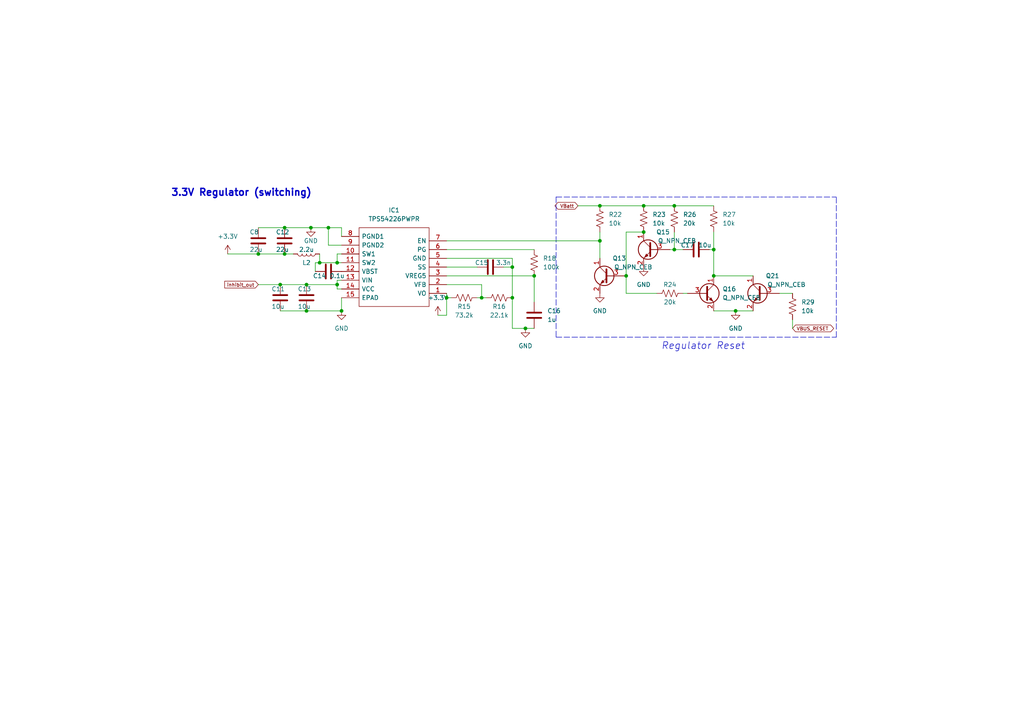
<source format=kicad_sch>
(kicad_sch (version 20211123) (generator eeschema)

  (uuid babe389d-13e4-4bd6-a084-d870d69192fb)

  (paper "A4")

  (lib_symbols
    (symbol "+3.3V_4" (power) (pin_names (offset 0)) (in_bom yes) (on_board yes)
      (property "Reference" "#PWR" (id 0) (at 0 -3.81 0)
        (effects (font (size 1.27 1.27)) hide)
      )
      (property "Value" "+3.3V_4" (id 1) (at 0 3.556 0)
        (effects (font (size 1.27 1.27)))
      )
      (property "Footprint" "" (id 2) (at 0 0 0)
        (effects (font (size 1.27 1.27)) hide)
      )
      (property "Datasheet" "" (id 3) (at 0 0 0)
        (effects (font (size 1.27 1.27)) hide)
      )
      (property "ki_keywords" "power-flag" (id 4) (at 0 0 0)
        (effects (font (size 1.27 1.27)) hide)
      )
      (property "ki_description" "Power symbol creates a global label with name \"+3.3V\"" (id 5) (at 0 0 0)
        (effects (font (size 1.27 1.27)) hide)
      )
      (symbol "+3.3V_4_0_1"
        (polyline
          (pts
            (xy -0.762 1.27)
            (xy 0 2.54)
          )
          (stroke (width 0) (type default) (color 0 0 0 0))
          (fill (type none))
        )
        (polyline
          (pts
            (xy 0 0)
            (xy 0 2.54)
          )
          (stroke (width 0) (type default) (color 0 0 0 0))
          (fill (type none))
        )
        (polyline
          (pts
            (xy 0 2.54)
            (xy 0.762 1.27)
          )
          (stroke (width 0) (type default) (color 0 0 0 0))
          (fill (type none))
        )
      )
      (symbol "+3.3V_4_1_1"
        (pin power_in line (at 0 0 90) (length 0) hide
          (name "+3.3V" (effects (font (size 1.27 1.27))))
          (number "1" (effects (font (size 1.27 1.27))))
        )
      )
    )
    (symbol "Device:C" (pin_numbers hide) (pin_names (offset 0.254)) (in_bom yes) (on_board yes)
      (property "Reference" "C" (id 0) (at 0.635 2.54 0)
        (effects (font (size 1.27 1.27)) (justify left))
      )
      (property "Value" "C" (id 1) (at 0.635 -2.54 0)
        (effects (font (size 1.27 1.27)) (justify left))
      )
      (property "Footprint" "" (id 2) (at 0.9652 -3.81 0)
        (effects (font (size 1.27 1.27)) hide)
      )
      (property "Datasheet" "~" (id 3) (at 0 0 0)
        (effects (font (size 1.27 1.27)) hide)
      )
      (property "ki_keywords" "cap capacitor" (id 4) (at 0 0 0)
        (effects (font (size 1.27 1.27)) hide)
      )
      (property "ki_description" "Unpolarized capacitor" (id 5) (at 0 0 0)
        (effects (font (size 1.27 1.27)) hide)
      )
      (property "ki_fp_filters" "C_*" (id 6) (at 0 0 0)
        (effects (font (size 1.27 1.27)) hide)
      )
      (symbol "C_0_1"
        (polyline
          (pts
            (xy -2.032 -0.762)
            (xy 2.032 -0.762)
          )
          (stroke (width 0.508) (type default) (color 0 0 0 0))
          (fill (type none))
        )
        (polyline
          (pts
            (xy -2.032 0.762)
            (xy 2.032 0.762)
          )
          (stroke (width 0.508) (type default) (color 0 0 0 0))
          (fill (type none))
        )
      )
      (symbol "C_1_1"
        (pin passive line (at 0 3.81 270) (length 2.794)
          (name "~" (effects (font (size 1.27 1.27))))
          (number "1" (effects (font (size 1.27 1.27))))
        )
        (pin passive line (at 0 -3.81 90) (length 2.794)
          (name "~" (effects (font (size 1.27 1.27))))
          (number "2" (effects (font (size 1.27 1.27))))
        )
      )
    )
    (symbol "Device:L" (pin_numbers hide) (pin_names (offset 1.016) hide) (in_bom yes) (on_board yes)
      (property "Reference" "L" (id 0) (at -1.27 0 90)
        (effects (font (size 1.27 1.27)))
      )
      (property "Value" "L" (id 1) (at 1.905 0 90)
        (effects (font (size 1.27 1.27)))
      )
      (property "Footprint" "" (id 2) (at 0 0 0)
        (effects (font (size 1.27 1.27)) hide)
      )
      (property "Datasheet" "~" (id 3) (at 0 0 0)
        (effects (font (size 1.27 1.27)) hide)
      )
      (property "ki_keywords" "inductor choke coil reactor magnetic" (id 4) (at 0 0 0)
        (effects (font (size 1.27 1.27)) hide)
      )
      (property "ki_description" "Inductor" (id 5) (at 0 0 0)
        (effects (font (size 1.27 1.27)) hide)
      )
      (property "ki_fp_filters" "Choke_* *Coil* Inductor_* L_*" (id 6) (at 0 0 0)
        (effects (font (size 1.27 1.27)) hide)
      )
      (symbol "L_0_1"
        (arc (start 0 -2.54) (mid 0.635 -1.905) (end 0 -1.27)
          (stroke (width 0) (type default) (color 0 0 0 0))
          (fill (type none))
        )
        (arc (start 0 -1.27) (mid 0.635 -0.635) (end 0 0)
          (stroke (width 0) (type default) (color 0 0 0 0))
          (fill (type none))
        )
        (arc (start 0 0) (mid 0.635 0.635) (end 0 1.27)
          (stroke (width 0) (type default) (color 0 0 0 0))
          (fill (type none))
        )
        (arc (start 0 1.27) (mid 0.635 1.905) (end 0 2.54)
          (stroke (width 0) (type default) (color 0 0 0 0))
          (fill (type none))
        )
      )
      (symbol "L_1_1"
        (pin passive line (at 0 3.81 270) (length 1.27)
          (name "1" (effects (font (size 1.27 1.27))))
          (number "1" (effects (font (size 1.27 1.27))))
        )
        (pin passive line (at 0 -3.81 90) (length 1.27)
          (name "2" (effects (font (size 1.27 1.27))))
          (number "2" (effects (font (size 1.27 1.27))))
        )
      )
    )
    (symbol "Device:Q_NPN_CEB" (pin_names (offset 0) hide) (in_bom yes) (on_board yes)
      (property "Reference" "Q" (id 0) (at 5.08 1.27 0)
        (effects (font (size 1.27 1.27)) (justify left))
      )
      (property "Value" "Q_NPN_CEB" (id 1) (at 5.08 -1.27 0)
        (effects (font (size 1.27 1.27)) (justify left))
      )
      (property "Footprint" "" (id 2) (at 5.08 2.54 0)
        (effects (font (size 1.27 1.27)) hide)
      )
      (property "Datasheet" "~" (id 3) (at 0 0 0)
        (effects (font (size 1.27 1.27)) hide)
      )
      (property "ki_keywords" "transistor NPN" (id 4) (at 0 0 0)
        (effects (font (size 1.27 1.27)) hide)
      )
      (property "ki_description" "NPN transistor, collector/emitter/base" (id 5) (at 0 0 0)
        (effects (font (size 1.27 1.27)) hide)
      )
      (symbol "Q_NPN_CEB_0_1"
        (polyline
          (pts
            (xy 0.635 0.635)
            (xy 2.54 2.54)
          )
          (stroke (width 0) (type default) (color 0 0 0 0))
          (fill (type none))
        )
        (polyline
          (pts
            (xy 0.635 -0.635)
            (xy 2.54 -2.54)
            (xy 2.54 -2.54)
          )
          (stroke (width 0) (type default) (color 0 0 0 0))
          (fill (type none))
        )
        (polyline
          (pts
            (xy 0.635 1.905)
            (xy 0.635 -1.905)
            (xy 0.635 -1.905)
          )
          (stroke (width 0.508) (type default) (color 0 0 0 0))
          (fill (type none))
        )
        (polyline
          (pts
            (xy 1.27 -1.778)
            (xy 1.778 -1.27)
            (xy 2.286 -2.286)
            (xy 1.27 -1.778)
            (xy 1.27 -1.778)
          )
          (stroke (width 0) (type default) (color 0 0 0 0))
          (fill (type outline))
        )
        (circle (center 1.27 0) (radius 2.8194)
          (stroke (width 0.254) (type default) (color 0 0 0 0))
          (fill (type none))
        )
      )
      (symbol "Q_NPN_CEB_1_1"
        (pin passive line (at 2.54 5.08 270) (length 2.54)
          (name "C" (effects (font (size 1.27 1.27))))
          (number "1" (effects (font (size 1.27 1.27))))
        )
        (pin passive line (at 2.54 -5.08 90) (length 2.54)
          (name "E" (effects (font (size 1.27 1.27))))
          (number "2" (effects (font (size 1.27 1.27))))
        )
        (pin input line (at -5.08 0 0) (length 5.715)
          (name "B" (effects (font (size 1.27 1.27))))
          (number "3" (effects (font (size 1.27 1.27))))
        )
      )
    )
    (symbol "Device:R_US" (pin_numbers hide) (pin_names (offset 0)) (in_bom yes) (on_board yes)
      (property "Reference" "R" (id 0) (at 2.54 0 90)
        (effects (font (size 1.27 1.27)))
      )
      (property "Value" "R_US" (id 1) (at -2.54 0 90)
        (effects (font (size 1.27 1.27)))
      )
      (property "Footprint" "" (id 2) (at 1.016 -0.254 90)
        (effects (font (size 1.27 1.27)) hide)
      )
      (property "Datasheet" "~" (id 3) (at 0 0 0)
        (effects (font (size 1.27 1.27)) hide)
      )
      (property "ki_keywords" "R res resistor" (id 4) (at 0 0 0)
        (effects (font (size 1.27 1.27)) hide)
      )
      (property "ki_description" "Resistor, US symbol" (id 5) (at 0 0 0)
        (effects (font (size 1.27 1.27)) hide)
      )
      (property "ki_fp_filters" "R_*" (id 6) (at 0 0 0)
        (effects (font (size 1.27 1.27)) hide)
      )
      (symbol "R_US_0_1"
        (polyline
          (pts
            (xy 0 -2.286)
            (xy 0 -2.54)
          )
          (stroke (width 0) (type default) (color 0 0 0 0))
          (fill (type none))
        )
        (polyline
          (pts
            (xy 0 2.286)
            (xy 0 2.54)
          )
          (stroke (width 0) (type default) (color 0 0 0 0))
          (fill (type none))
        )
        (polyline
          (pts
            (xy 0 -0.762)
            (xy 1.016 -1.143)
            (xy 0 -1.524)
            (xy -1.016 -1.905)
            (xy 0 -2.286)
          )
          (stroke (width 0) (type default) (color 0 0 0 0))
          (fill (type none))
        )
        (polyline
          (pts
            (xy 0 0.762)
            (xy 1.016 0.381)
            (xy 0 0)
            (xy -1.016 -0.381)
            (xy 0 -0.762)
          )
          (stroke (width 0) (type default) (color 0 0 0 0))
          (fill (type none))
        )
        (polyline
          (pts
            (xy 0 2.286)
            (xy 1.016 1.905)
            (xy 0 1.524)
            (xy -1.016 1.143)
            (xy 0 0.762)
          )
          (stroke (width 0) (type default) (color 0 0 0 0))
          (fill (type none))
        )
      )
      (symbol "R_US_1_1"
        (pin passive line (at 0 3.81 270) (length 1.27)
          (name "~" (effects (font (size 1.27 1.27))))
          (number "1" (effects (font (size 1.27 1.27))))
        )
        (pin passive line (at 0 -3.81 90) (length 1.27)
          (name "~" (effects (font (size 1.27 1.27))))
          (number "2" (effects (font (size 1.27 1.27))))
        )
      )
    )
    (symbol "TPS54226PWPR_1" (pin_names (offset 0.762)) (in_bom yes) (on_board yes)
      (property "Reference" "IC" (id 0) (at 26.67 7.62 0)
        (effects (font (size 1.27 1.27)) (justify left))
      )
      (property "Value" "TPS54226PWPR_1" (id 1) (at 26.67 5.08 0)
        (effects (font (size 1.27 1.27)) (justify left))
      )
      (property "Footprint" "SOP65P640X120-15N" (id 2) (at 52.07 -8.89 0)
        (effects (font (size 1.27 1.27)) (justify left) hide)
      )
      (property "Datasheet" "http://www.ti.com/lit/gpn/tps54226" (id 3) (at 52.07 -11.43 0)
        (effects (font (size 1.27 1.27)) (justify left) hide)
      )
      (property "Description" "4.5V to 18V Input, 2A Synchronous Step-Down Converter with Eco-Mode&#153;" (id 4) (at 52.07 -13.97 0)
        (effects (font (size 1.27 1.27)) (justify left) hide)
      )
      (property "Height" "" (id 5) (at 7.62 -10.16 0)
        (effects (font (size 1.27 1.27)) (justify left) hide)
      )
      (property "Manufacturer_Name" "Texas Instruments" (id 6) (at 52.07 -19.05 0)
        (effects (font (size 1.27 1.27)) (justify left) hide)
      )
      (property "Manufacturer_Part_Number" "TPS54226PWPR" (id 7) (at 52.07 -21.59 0)
        (effects (font (size 1.27 1.27)) (justify left) hide)
      )
      (property "Mouser Part Number" "595-TPS54226PWPR" (id 8) (at 52.07 -24.13 0)
        (effects (font (size 1.27 1.27)) (justify left) hide)
      )
      (property "Mouser Price/Stock" "https://www.mouser.com/Search/Refine.aspx?Keyword=595-TPS54226PWPR" (id 9) (at 52.07 -26.67 0)
        (effects (font (size 1.27 1.27)) (justify left) hide)
      )
      (property "Arrow Part Number" "TPS54226PWPR" (id 10) (at 52.07 -29.21 0)
        (effects (font (size 1.27 1.27)) (justify left) hide)
      )
      (property "Arrow Price/Stock" "https://www.arrow.com/en/products/tps54226pwpr/texas-instruments" (id 11) (at 52.07 -31.75 0)
        (effects (font (size 1.27 1.27)) (justify left) hide)
      )
      (property "ki_description" "4.5V to 18V Input, 2A Synchronous Step-Down Converter with Eco-Mode&#153;" (id 12) (at 0 0 0)
        (effects (font (size 1.27 1.27)) hide)
      )
      (symbol "TPS54226PWPR_1_0_0"
        (pin passive line (at 30.48 -16.51 180) (length 5.08)
          (name "VO" (effects (font (size 1.27 1.27))))
          (number "1" (effects (font (size 1.27 1.27))))
        )
        (pin passive line (at 0 -5.08 0) (length 5.08)
          (name "SW1" (effects (font (size 1.27 1.27))))
          (number "10" (effects (font (size 1.27 1.27))))
        )
        (pin passive line (at 0 -7.62 0) (length 5.08)
          (name "SW2" (effects (font (size 1.27 1.27))))
          (number "11" (effects (font (size 1.27 1.27))))
        )
        (pin passive line (at 0 -10.16 0) (length 5.08)
          (name "VBST" (effects (font (size 1.27 1.27))))
          (number "12" (effects (font (size 1.27 1.27))))
        )
        (pin passive line (at 0 -12.7 0) (length 5.08)
          (name "VIN" (effects (font (size 1.27 1.27))))
          (number "13" (effects (font (size 1.27 1.27))))
        )
        (pin passive line (at 0 -15.24 0) (length 5.08)
          (name "VCC" (effects (font (size 1.27 1.27))))
          (number "14" (effects (font (size 1.27 1.27))))
        )
        (pin passive line (at 0 -17.78 0) (length 5.08)
          (name "EPAD" (effects (font (size 1.27 1.27))))
          (number "15" (effects (font (size 1.27 1.27))))
        )
        (pin passive line (at 30.48 -13.97 180) (length 5.08)
          (name "VFB" (effects (font (size 1.27 1.27))))
          (number "2" (effects (font (size 1.27 1.27))))
        )
        (pin passive line (at 30.48 -11.43 180) (length 5.08)
          (name "VREG5" (effects (font (size 1.27 1.27))))
          (number "3" (effects (font (size 1.27 1.27))))
        )
        (pin passive line (at 30.48 -8.89 180) (length 5.08)
          (name "SS" (effects (font (size 1.27 1.27))))
          (number "4" (effects (font (size 1.27 1.27))))
        )
        (pin passive line (at 30.48 -6.35 180) (length 5.08)
          (name "GND" (effects (font (size 1.27 1.27))))
          (number "5" (effects (font (size 1.27 1.27))))
        )
        (pin passive line (at 30.48 -3.81 180) (length 5.08)
          (name "PG" (effects (font (size 1.27 1.27))))
          (number "6" (effects (font (size 1.27 1.27))))
        )
        (pin passive line (at 30.48 -1.27 180) (length 5.08)
          (name "EN" (effects (font (size 1.27 1.27))))
          (number "7" (effects (font (size 1.27 1.27))))
        )
        (pin passive line (at 0 0 0) (length 5.08)
          (name "PGND1" (effects (font (size 1.27 1.27))))
          (number "8" (effects (font (size 1.27 1.27))))
        )
        (pin passive line (at 0 -2.54 0) (length 5.08)
          (name "PGND2" (effects (font (size 1.27 1.27))))
          (number "9" (effects (font (size 1.27 1.27))))
        )
      )
      (symbol "TPS54226PWPR_1_0_1"
        (polyline
          (pts
            (xy 5.08 2.54)
            (xy 25.4 2.54)
            (xy 25.4 -20.32)
            (xy 5.08 -20.32)
            (xy 5.08 2.54)
          )
          (stroke (width 0.1524) (type default) (color 0 0 0 0))
          (fill (type none))
        )
      )
    )
    (symbol "power:GND" (power) (pin_names (offset 0)) (in_bom yes) (on_board yes)
      (property "Reference" "#PWR" (id 0) (at 0 -6.35 0)
        (effects (font (size 1.27 1.27)) hide)
      )
      (property "Value" "GND" (id 1) (at 0 -3.81 0)
        (effects (font (size 1.27 1.27)))
      )
      (property "Footprint" "" (id 2) (at 0 0 0)
        (effects (font (size 1.27 1.27)) hide)
      )
      (property "Datasheet" "" (id 3) (at 0 0 0)
        (effects (font (size 1.27 1.27)) hide)
      )
      (property "ki_keywords" "power-flag" (id 4) (at 0 0 0)
        (effects (font (size 1.27 1.27)) hide)
      )
      (property "ki_description" "Power symbol creates a global label with name \"GND\" , ground" (id 5) (at 0 0 0)
        (effects (font (size 1.27 1.27)) hide)
      )
      (symbol "GND_0_1"
        (polyline
          (pts
            (xy 0 0)
            (xy 0 -1.27)
            (xy 1.27 -1.27)
            (xy 0 -2.54)
            (xy -1.27 -1.27)
            (xy 0 -1.27)
          )
          (stroke (width 0) (type default) (color 0 0 0 0))
          (fill (type none))
        )
      )
      (symbol "GND_1_1"
        (pin power_in line (at 0 0 270) (length 0) hide
          (name "GND" (effects (font (size 1.27 1.27))))
          (number "1" (effects (font (size 1.27 1.27))))
        )
      )
    )
  )

  (junction (at 148.59 77.47) (diameter 0) (color 0 0 0 0)
    (uuid 10576a49-1282-4ddf-b6f3-7e713b6deeb3)
  )
  (junction (at 154.94 80.01) (diameter 0) (color 0 0 0 0)
    (uuid 1237e63d-1336-4151-91c6-cab23616ab6e)
  )
  (junction (at 173.99 59.69) (diameter 0) (color 0 0 0 0)
    (uuid 132ec0dd-8338-42ed-ab62-568d7f66d33c)
  )
  (junction (at 90.17 66.04) (diameter 0) (color 0 0 0 0)
    (uuid 19bfd95d-2cd9-4f68-889e-86c0e6f6160a)
  )
  (junction (at 92.71 76.2) (diameter 0) (color 0 0 0 0)
    (uuid 206f0736-ab18-4eaf-bfce-7acd1f1da783)
  )
  (junction (at 129.54 86.36) (diameter 0) (color 0 0 0 0)
    (uuid 2849af88-3989-4d9e-b675-51ced66679c5)
  )
  (junction (at 152.4 95.25) (diameter 0) (color 0 0 0 0)
    (uuid 336f7efe-0531-4ec7-a55f-080ebb903544)
  )
  (junction (at 186.69 67.31) (diameter 0) (color 0 0 0 0)
    (uuid 45261a0e-77a2-4076-a82a-930badadef3a)
  )
  (junction (at 97.79 76.2) (diameter 0) (color 0 0 0 0)
    (uuid 535fdfbe-5b98-402d-8e13-170102e79ae2)
  )
  (junction (at 207.01 80.01) (diameter 0) (color 0 0 0 0)
    (uuid 6063999c-96b4-48be-b49f-a0545addb675)
  )
  (junction (at 81.28 82.55) (diameter 0) (color 0 0 0 0)
    (uuid 68057b57-70eb-4c9a-8995-0b5365980c60)
  )
  (junction (at 139.7 86.36) (diameter 0) (color 0 0 0 0)
    (uuid 68bcdac6-9141-4704-8fd0-db4ecb07c013)
  )
  (junction (at 99.06 90.17) (diameter 0) (color 0 0 0 0)
    (uuid 7653a85b-c81d-415e-8b53-097b5e42c3fc)
  )
  (junction (at 82.55 73.66) (diameter 0) (color 0 0 0 0)
    (uuid 7b391ae7-fc27-423d-b3c8-89873778c55e)
  )
  (junction (at 173.99 69.85) (diameter 0) (color 0 0 0 0)
    (uuid 7d861a93-8138-41ca-bd26-567d1ef2c789)
  )
  (junction (at 74.93 73.66) (diameter 0) (color 0 0 0 0)
    (uuid 7f96bed9-7fa4-4a21-a116-dde42d8fd2a0)
  )
  (junction (at 195.58 72.39) (diameter 0) (color 0 0 0 0)
    (uuid 88370ba0-2756-45a2-9b9e-c0fd1bcf5fa3)
  )
  (junction (at 95.25 66.04) (diameter 0) (color 0 0 0 0)
    (uuid 952ab8ff-5397-4efb-b5a8-5ac52007646e)
  )
  (junction (at 82.55 66.04) (diameter 0) (color 0 0 0 0)
    (uuid 97057ebd-2cfc-417f-b818-cd6dd587a2a4)
  )
  (junction (at 181.61 80.01) (diameter 0) (color 0 0 0 0)
    (uuid 98f24c85-305b-4ca3-a54e-815922208768)
  )
  (junction (at 97.79 82.55) (diameter 0) (color 0 0 0 0)
    (uuid ad07b3c3-66b4-4d36-877f-98f1cb30b3ba)
  )
  (junction (at 148.59 86.36) (diameter 0) (color 0 0 0 0)
    (uuid c72fdf4d-c5e9-4e48-9b63-30f0759c9d85)
  )
  (junction (at 213.36 90.17) (diameter 0) (color 0 0 0 0)
    (uuid c734c3d2-0519-437f-b7d4-ab1a16c8fb42)
  )
  (junction (at 186.69 59.69) (diameter 0) (color 0 0 0 0)
    (uuid c8e82845-d8cc-42bb-b2d4-28736939b852)
  )
  (junction (at 207.01 72.39) (diameter 0) (color 0 0 0 0)
    (uuid cced5f3f-538b-46d6-91d3-4d23290bd158)
  )
  (junction (at 195.58 59.69) (diameter 0) (color 0 0 0 0)
    (uuid d60781bc-8a9d-446d-af05-5d5aabc7845f)
  )
  (junction (at 88.9 82.55) (diameter 0) (color 0 0 0 0)
    (uuid d79461fc-ba8e-4d17-b428-ae4a69d92442)
  )
  (junction (at 88.9 90.17) (diameter 0) (color 0 0 0 0)
    (uuid deafd7d7-3e7a-4642-ad3a-2e2fdcde35af)
  )

  (wire (pts (xy 148.59 95.25) (xy 152.4 95.25))
    (stroke (width 0) (type default) (color 0 0 0 0))
    (uuid 0206b87b-d7dd-40b7-a161-d999a25b5cf4)
  )
  (wire (pts (xy 99.06 68.58) (xy 99.06 66.04))
    (stroke (width 0) (type default) (color 0 0 0 0))
    (uuid 02a9f195-bbe9-4f99-a076-0ae9fb5a5d74)
  )
  (wire (pts (xy 205.74 72.39) (xy 207.01 72.39))
    (stroke (width 0) (type default) (color 0 0 0 0))
    (uuid 02c07448-57c5-4deb-83ec-6f25a1539ce8)
  )
  (wire (pts (xy 92.71 76.2) (xy 97.79 76.2))
    (stroke (width 0) (type default) (color 0 0 0 0))
    (uuid 07f35b2d-2228-44f4-9762-4b5185c04d35)
  )
  (polyline (pts (xy 161.29 57.15) (xy 161.29 97.79))
    (stroke (width 0) (type default) (color 0 0 0 0))
    (uuid 09dd532c-69c8-4b17-83b6-c6522c7afb6b)
  )

  (wire (pts (xy 81.28 90.17) (xy 88.9 90.17))
    (stroke (width 0) (type default) (color 0 0 0 0))
    (uuid 0af41f2b-8b16-4756-a5be-a0b79b9d9321)
  )
  (wire (pts (xy 91.44 76.2) (xy 92.71 76.2))
    (stroke (width 0) (type default) (color 0 0 0 0))
    (uuid 10b77225-38a5-4e05-a050-b9c9e085a85e)
  )
  (wire (pts (xy 74.93 82.55) (xy 81.28 82.55))
    (stroke (width 0) (type default) (color 0 0 0 0))
    (uuid 13f523dd-1cf9-4a9f-adba-5c14171f953a)
  )
  (wire (pts (xy 97.79 83.82) (xy 97.79 82.55))
    (stroke (width 0) (type default) (color 0 0 0 0))
    (uuid 210988a5-506d-476f-a5e6-b95f37f5840d)
  )
  (wire (pts (xy 139.7 82.55) (xy 139.7 86.36))
    (stroke (width 0) (type default) (color 0 0 0 0))
    (uuid 22a983cd-2d7b-4bf7-9ee3-6509eb209c26)
  )
  (wire (pts (xy 129.54 85.09) (xy 129.54 86.36))
    (stroke (width 0) (type default) (color 0 0 0 0))
    (uuid 22d618ab-d81e-4985-83b5-20ac0591537e)
  )
  (wire (pts (xy 173.99 69.85) (xy 173.99 74.93))
    (stroke (width 0) (type default) (color 0 0 0 0))
    (uuid 24ef9a3f-251d-4c1e-bd1c-d7f2ecc1f8f9)
  )
  (wire (pts (xy 129.54 91.44) (xy 129.54 86.36))
    (stroke (width 0) (type default) (color 0 0 0 0))
    (uuid 2f8a6e82-64d8-4483-9c34-13a38b93b41f)
  )
  (wire (pts (xy 88.9 90.17) (xy 99.06 90.17))
    (stroke (width 0) (type default) (color 0 0 0 0))
    (uuid 2f93708b-936b-4745-be1d-bf7ba2ab6322)
  )
  (wire (pts (xy 207.01 90.17) (xy 213.36 90.17))
    (stroke (width 0) (type default) (color 0 0 0 0))
    (uuid 331429c4-da26-4f73-9b18-cef0ba1deeff)
  )
  (wire (pts (xy 148.59 74.93) (xy 148.59 77.47))
    (stroke (width 0) (type default) (color 0 0 0 0))
    (uuid 3717a995-37bc-4bca-a203-93002709987d)
  )
  (wire (pts (xy 82.55 73.66) (xy 85.09 73.66))
    (stroke (width 0) (type default) (color 0 0 0 0))
    (uuid 37a8cc60-3442-41c6-9216-800cd3775c31)
  )
  (wire (pts (xy 95.25 66.04) (xy 90.17 66.04))
    (stroke (width 0) (type default) (color 0 0 0 0))
    (uuid 38f1ad10-9d26-4ce8-ab14-76154a32e355)
  )
  (wire (pts (xy 82.55 66.04) (xy 90.17 66.04))
    (stroke (width 0) (type default) (color 0 0 0 0))
    (uuid 3f3cc2fb-8254-40ca-ad9e-33e626617c49)
  )
  (wire (pts (xy 129.54 74.93) (xy 148.59 74.93))
    (stroke (width 0) (type default) (color 0 0 0 0))
    (uuid 44a44b56-4fb7-4980-9845-db8bca8e1b01)
  )
  (wire (pts (xy 207.01 80.01) (xy 218.44 80.01))
    (stroke (width 0) (type default) (color 0 0 0 0))
    (uuid 4c15e157-f474-48aa-8bc3-d36230f44675)
  )
  (wire (pts (xy 97.79 76.2) (xy 99.06 76.2))
    (stroke (width 0) (type default) (color 0 0 0 0))
    (uuid 4c7cae43-5976-4e2b-b77b-c252b1801e39)
  )
  (polyline (pts (xy 161.29 97.79) (xy 242.57 97.79))
    (stroke (width 0) (type default) (color 0 0 0 0))
    (uuid 4c95bd21-7e58-461c-a8b7-5ddc782c4621)
  )

  (wire (pts (xy 198.12 85.09) (xy 199.39 85.09))
    (stroke (width 0) (type default) (color 0 0 0 0))
    (uuid 53a6d48b-c1bb-4c7d-ad16-6234fc689286)
  )
  (wire (pts (xy 181.61 67.31) (xy 181.61 80.01))
    (stroke (width 0) (type default) (color 0 0 0 0))
    (uuid 56203fb3-d68e-43f4-858e-f6026c310047)
  )
  (wire (pts (xy 138.43 86.36) (xy 139.7 86.36))
    (stroke (width 0) (type default) (color 0 0 0 0))
    (uuid 5973090f-e1b9-4258-981f-3b91dfad11de)
  )
  (wire (pts (xy 139.7 86.36) (xy 140.97 86.36))
    (stroke (width 0) (type default) (color 0 0 0 0))
    (uuid 5c3189df-a52f-4554-9f28-b1ce9ab457b1)
  )
  (wire (pts (xy 129.54 86.36) (xy 130.81 86.36))
    (stroke (width 0) (type default) (color 0 0 0 0))
    (uuid 5caef535-f825-416e-9005-06bd95164885)
  )
  (wire (pts (xy 152.4 95.25) (xy 154.94 95.25))
    (stroke (width 0) (type default) (color 0 0 0 0))
    (uuid 60a024a0-9dc4-4985-85f2-a2636d1b6b3d)
  )
  (wire (pts (xy 213.36 90.17) (xy 218.44 90.17))
    (stroke (width 0) (type default) (color 0 0 0 0))
    (uuid 6449acd5-e225-4792-8fc5-d61f2dc3c981)
  )
  (wire (pts (xy 129.54 72.39) (xy 154.94 72.39))
    (stroke (width 0) (type default) (color 0 0 0 0))
    (uuid 648eaf61-2930-4a43-b88a-36e4ef349d28)
  )
  (wire (pts (xy 229.87 92.71) (xy 229.87 95.25))
    (stroke (width 0) (type default) (color 0 0 0 0))
    (uuid 66d9b880-9e68-4f08-a65e-26d995cbbb85)
  )
  (wire (pts (xy 186.69 59.69) (xy 195.58 59.69))
    (stroke (width 0) (type default) (color 0 0 0 0))
    (uuid 6bae5d1d-7a33-4ce2-9048-4baaec9c7f89)
  )
  (wire (pts (xy 186.69 67.31) (xy 181.61 67.31))
    (stroke (width 0) (type default) (color 0 0 0 0))
    (uuid 7e380278-8c67-4e2e-b992-175205a39d6e)
  )
  (wire (pts (xy 148.59 77.47) (xy 148.59 86.36))
    (stroke (width 0) (type default) (color 0 0 0 0))
    (uuid 7f04c18e-c363-4d58-bc15-0161419ff338)
  )
  (wire (pts (xy 146.05 77.47) (xy 148.59 77.47))
    (stroke (width 0) (type default) (color 0 0 0 0))
    (uuid 86fe7cc3-1312-49eb-9f75-c610aae92aef)
  )
  (wire (pts (xy 129.54 69.85) (xy 173.99 69.85))
    (stroke (width 0) (type default) (color 0 0 0 0))
    (uuid 8a234400-f2b5-467e-a635-448e8d8ace4f)
  )
  (wire (pts (xy 91.44 76.2) (xy 91.44 78.74))
    (stroke (width 0) (type default) (color 0 0 0 0))
    (uuid 9c71b4e6-65ed-4c00-84e7-1a852d9d5e50)
  )
  (polyline (pts (xy 242.57 97.79) (xy 242.57 57.15))
    (stroke (width 0) (type default) (color 0 0 0 0))
    (uuid 9d27693b-32be-4316-8c8a-576185beb39b)
  )

  (wire (pts (xy 181.61 80.01) (xy 181.61 85.09))
    (stroke (width 0) (type default) (color 0 0 0 0))
    (uuid 9dbfd5b4-9c7e-4871-9fc1-aff17eb3f866)
  )
  (wire (pts (xy 97.79 81.28) (xy 97.79 82.55))
    (stroke (width 0) (type default) (color 0 0 0 0))
    (uuid 9e654507-33b3-406f-92c3-4411b65c9a1c)
  )
  (wire (pts (xy 226.06 85.09) (xy 229.87 85.09))
    (stroke (width 0) (type default) (color 0 0 0 0))
    (uuid a3529201-e9b1-46d0-a06b-ae9dced786f4)
  )
  (wire (pts (xy 88.9 82.55) (xy 97.79 82.55))
    (stroke (width 0) (type default) (color 0 0 0 0))
    (uuid a4d2562a-a8cc-4b81-b3d7-c5af28a26a20)
  )
  (wire (pts (xy 74.93 66.04) (xy 82.55 66.04))
    (stroke (width 0) (type default) (color 0 0 0 0))
    (uuid a5d537c6-5d79-4cea-8c16-01624cd45d0e)
  )
  (wire (pts (xy 195.58 59.69) (xy 207.01 59.69))
    (stroke (width 0) (type default) (color 0 0 0 0))
    (uuid a71c6763-ed43-49f3-bffa-39d46e1c33fe)
  )
  (wire (pts (xy 97.79 73.66) (xy 97.79 76.2))
    (stroke (width 0) (type default) (color 0 0 0 0))
    (uuid a8514404-bcfc-4512-acb6-153171eb294f)
  )
  (wire (pts (xy 99.06 66.04) (xy 95.25 66.04))
    (stroke (width 0) (type default) (color 0 0 0 0))
    (uuid aa926966-8587-45ea-bb8d-44bc37d1fa3d)
  )
  (wire (pts (xy 194.31 72.39) (xy 195.58 72.39))
    (stroke (width 0) (type default) (color 0 0 0 0))
    (uuid abdfe9c4-3138-43aa-89c5-8e32c2b094cb)
  )
  (wire (pts (xy 129.54 77.47) (xy 138.43 77.47))
    (stroke (width 0) (type default) (color 0 0 0 0))
    (uuid ac15ea82-1a5e-4383-9068-ad0cc478dcf0)
  )
  (polyline (pts (xy 161.29 57.15) (xy 242.57 57.15))
    (stroke (width 0) (type default) (color 0 0 0 0))
    (uuid ae58cb2b-99e3-48da-83a2-14ec945b59aa)
  )

  (wire (pts (xy 195.58 72.39) (xy 198.12 72.39))
    (stroke (width 0) (type default) (color 0 0 0 0))
    (uuid afbdce93-377f-4736-bf06-df89d824c9ce)
  )
  (wire (pts (xy 181.61 85.09) (xy 190.5 85.09))
    (stroke (width 0) (type default) (color 0 0 0 0))
    (uuid b60da274-73e2-4d07-a69f-f782d4a5a83b)
  )
  (wire (pts (xy 195.58 67.31) (xy 195.58 72.39))
    (stroke (width 0) (type default) (color 0 0 0 0))
    (uuid b826f989-65d5-454e-ae92-24308f8ffd93)
  )
  (wire (pts (xy 207.01 72.39) (xy 207.01 80.01))
    (stroke (width 0) (type default) (color 0 0 0 0))
    (uuid b8528d86-1d35-469e-9aff-752a6ce8f98c)
  )
  (wire (pts (xy 74.93 73.66) (xy 82.55 73.66))
    (stroke (width 0) (type default) (color 0 0 0 0))
    (uuid ba07a613-e37d-41c5-bbdf-78fe9f90d265)
  )
  (wire (pts (xy 95.25 71.12) (xy 95.25 66.04))
    (stroke (width 0) (type default) (color 0 0 0 0))
    (uuid bc736a80-5444-4e9a-89f7-e594c050017b)
  )
  (wire (pts (xy 148.59 86.36) (xy 148.59 95.25))
    (stroke (width 0) (type default) (color 0 0 0 0))
    (uuid bd9eb190-187f-4957-98da-21c0184606b2)
  )
  (wire (pts (xy 207.01 72.39) (xy 207.01 67.31))
    (stroke (width 0) (type default) (color 0 0 0 0))
    (uuid c26dbaa5-16ce-42ec-b5c3-a217c3e98999)
  )
  (wire (pts (xy 129.54 82.55) (xy 139.7 82.55))
    (stroke (width 0) (type default) (color 0 0 0 0))
    (uuid c993c591-8af1-4bdc-ae80-b300e88be656)
  )
  (wire (pts (xy 173.99 59.69) (xy 186.69 59.69))
    (stroke (width 0) (type default) (color 0 0 0 0))
    (uuid d1697ec8-b952-4d7e-8b38-292d245edfb8)
  )
  (wire (pts (xy 127 91.44) (xy 129.54 91.44))
    (stroke (width 0) (type default) (color 0 0 0 0))
    (uuid d48acd92-0371-4412-8003-973006bb9571)
  )
  (wire (pts (xy 81.28 82.55) (xy 88.9 82.55))
    (stroke (width 0) (type default) (color 0 0 0 0))
    (uuid d7cdf0cb-1aaa-4695-ab5d-351f170274d6)
  )
  (wire (pts (xy 99.06 83.82) (xy 97.79 83.82))
    (stroke (width 0) (type default) (color 0 0 0 0))
    (uuid d823216d-01f5-4292-9147-c8e8866bf9b3)
  )
  (wire (pts (xy 173.99 67.31) (xy 173.99 69.85))
    (stroke (width 0) (type default) (color 0 0 0 0))
    (uuid dc026506-04c6-4d97-85bf-1233cb6bed84)
  )
  (wire (pts (xy 99.06 71.12) (xy 95.25 71.12))
    (stroke (width 0) (type default) (color 0 0 0 0))
    (uuid dc65e13d-51c6-4876-8b6a-6a3442502d50)
  )
  (wire (pts (xy 154.94 80.01) (xy 154.94 87.63))
    (stroke (width 0) (type default) (color 0 0 0 0))
    (uuid e059d172-43ff-4d5e-a897-384e449b8ad6)
  )
  (wire (pts (xy 92.71 73.66) (xy 92.71 76.2))
    (stroke (width 0) (type default) (color 0 0 0 0))
    (uuid e12765c1-03fd-4fec-8794-74afc00203cd)
  )
  (wire (pts (xy 99.06 73.66) (xy 97.79 73.66))
    (stroke (width 0) (type default) (color 0 0 0 0))
    (uuid ea12118d-9df9-44f9-a1d3-8221badd405b)
  )
  (wire (pts (xy 129.54 80.01) (xy 154.94 80.01))
    (stroke (width 0) (type default) (color 0 0 0 0))
    (uuid ed19f4f8-3cf0-461c-9242-2e3ae5d32790)
  )
  (wire (pts (xy 99.06 90.17) (xy 99.06 86.36))
    (stroke (width 0) (type default) (color 0 0 0 0))
    (uuid f55cf05e-42a7-4ce4-b1cf-d51b9df0e149)
  )
  (wire (pts (xy 66.04 73.66) (xy 74.93 73.66))
    (stroke (width 0) (type default) (color 0 0 0 0))
    (uuid f9a6c216-f121-40fa-88b5-3aec78baea23)
  )
  (wire (pts (xy 167.64 59.69) (xy 173.99 59.69))
    (stroke (width 0) (type default) (color 0 0 0 0))
    (uuid faccbd7b-9609-464f-9281-704f1c87bbff)
  )
  (wire (pts (xy 99.06 81.28) (xy 97.79 81.28))
    (stroke (width 0) (type default) (color 0 0 0 0))
    (uuid fb2d4bb1-ee05-497c-a4e5-54dcf11b424d)
  )

  (text "Regulator Reset" (at 191.77 101.6 0)
    (effects (font (size 2 2) italic) (justify left bottom))
    (uuid 9c2e9ca8-afdf-45a7-827f-a6d0e7bb23f9)
  )
  (text "3.3V Regulator (switching)" (at 49.53 57.15 0)
    (effects (font (size 2 2) (thickness 0.4) bold) (justify left bottom))
    (uuid a6601027-e3cc-43d4-b368-361804818a57)
  )

  (global_label "inhibit_out" (shape input) (at 74.93 82.55 180) (fields_autoplaced)
    (effects (font (size 1 1)) (justify right))
    (uuid 241ef75a-b3a2-4b55-b4d0-221278feb3da)
    (property "Intersheet References" "${INTERSHEET_REFS}" (id 0) (at 65.1729 82.4875 0)
      (effects (font (size 1 1)) (justify right) hide)
    )
  )
  (global_label "VBUS_RESET" (shape bidirectional) (at 229.87 95.25 0) (fields_autoplaced)
    (effects (font (size 1 1)) (justify left))
    (uuid 5bf3586c-ea38-4ff5-9537-07a44b909997)
    (property "Intersheet References" "${INTERSHEET_REFS}" (id 0) (at 240.9129 95.1875 0)
      (effects (font (size 1 1)) (justify left) hide)
    )
  )
  (global_label "VBatt" (shape bidirectional) (at 167.64 59.69 180) (fields_autoplaced)
    (effects (font (size 1 1)) (justify right))
    (uuid c66bb327-f08c-4489-a840-7b4c2f6a8326)
    (property "Intersheet References" "${INTERSHEET_REFS}" (id 0) (at 161.8352 59.6275 0)
      (effects (font (size 1 1)) (justify right) hide)
    )
  )

  (symbol (lib_id "Device:C") (at 154.94 91.44 0) (unit 1)
    (in_bom yes) (on_board yes) (fields_autoplaced)
    (uuid 125ce120-17c6-437f-9d21-afc7957489fe)
    (property "Reference" "C16" (id 0) (at 158.75 90.1699 0)
      (effects (font (size 1.27 1.27)) (justify left))
    )
    (property "Value" "1u" (id 1) (at 158.75 92.7099 0)
      (effects (font (size 1.27 1.27)) (justify left))
    )
    (property "Footprint" "Capacitor_SMD:C_0402_1005Metric" (id 2) (at 155.9052 95.25 0)
      (effects (font (size 1.27 1.27)) hide)
    )
    (property "Datasheet" "~" (id 3) (at 154.94 91.44 0)
      (effects (font (size 1.27 1.27)) hide)
    )
    (pin "1" (uuid 0035b686-d09b-452a-8e48-42d73ff6b11e))
    (pin "2" (uuid 44fe5a8c-fc69-4b56-9c3d-b30cf2ec0a45))
  )

  (symbol (lib_id "Device:R_US") (at 186.69 63.5 0) (unit 1)
    (in_bom yes) (on_board yes) (fields_autoplaced)
    (uuid 1988930e-460a-48fa-a25f-f3c5e6184b0d)
    (property "Reference" "R23" (id 0) (at 189.23 62.2299 0)
      (effects (font (size 1.27 1.27)) (justify left))
    )
    (property "Value" "10k" (id 1) (at 189.23 64.7699 0)
      (effects (font (size 1.27 1.27)) (justify left))
    )
    (property "Footprint" "Resistor_SMD:R_0402_1005Metric" (id 2) (at 187.706 63.754 90)
      (effects (font (size 1.27 1.27)) hide)
    )
    (property "Datasheet" "~" (id 3) (at 186.69 63.5 0)
      (effects (font (size 1.27 1.27)) hide)
    )
    (pin "1" (uuid 590a75d1-6ef8-466d-9fd4-84d0f3efadd2))
    (pin "2" (uuid 7d043d3b-e9a3-413e-a0b0-ca361d5c7187))
  )

  (symbol (lib_id "Device:C") (at 201.93 72.39 90) (unit 1)
    (in_bom yes) (on_board yes)
    (uuid 4067fe95-f6de-46f3-bd3f-5823dbbbef1c)
    (property "Reference" "C17" (id 0) (at 199.39 71.12 90))
    (property "Value" "10u" (id 1) (at 204.47 71.12 90))
    (property "Footprint" "Capacitor_SMD:C_0603_1608Metric" (id 2) (at 205.74 71.4248 0)
      (effects (font (size 1.27 1.27)) hide)
    )
    (property "Datasheet" "~" (id 3) (at 201.93 72.39 0)
      (effects (font (size 1.27 1.27)) hide)
    )
    (pin "1" (uuid 4ad5f306-954a-4a4a-9d73-8ec5a782b7f6))
    (pin "2" (uuid 8ffbd13e-c4ab-472b-83af-9675708d0fd6))
  )

  (symbol (lib_id "power:GND") (at 186.69 77.47 0) (unit 1)
    (in_bom yes) (on_board yes) (fields_autoplaced)
    (uuid 44a7bbd1-f075-4568-9b89-680a1dc2401c)
    (property "Reference" "#PWR0149" (id 0) (at 186.69 83.82 0)
      (effects (font (size 1.27 1.27)) hide)
    )
    (property "Value" "GND" (id 1) (at 186.69 82.55 0))
    (property "Footprint" "" (id 2) (at 186.69 77.47 0)
      (effects (font (size 1.27 1.27)) hide)
    )
    (property "Datasheet" "" (id 3) (at 186.69 77.47 0)
      (effects (font (size 1.27 1.27)) hide)
    )
    (pin "1" (uuid 41f41a07-c312-4f06-873d-5ae77b70c4a5))
  )

  (symbol (lib_id "Device:R_US") (at 195.58 63.5 180) (unit 1)
    (in_bom yes) (on_board yes) (fields_autoplaced)
    (uuid 4c3508ff-91ef-4c96-9fe3-672f2804b73c)
    (property "Reference" "R26" (id 0) (at 198.12 62.2299 0)
      (effects (font (size 1.27 1.27)) (justify right))
    )
    (property "Value" "20k" (id 1) (at 198.12 64.7699 0)
      (effects (font (size 1.27 1.27)) (justify right))
    )
    (property "Footprint" "Resistor_SMD:R_0402_1005Metric" (id 2) (at 194.564 63.246 90)
      (effects (font (size 1.27 1.27)) hide)
    )
    (property "Datasheet" "~" (id 3) (at 195.58 63.5 0)
      (effects (font (size 1.27 1.27)) hide)
    )
    (pin "1" (uuid 77de4185-6813-4539-b621-4baa89c68efe))
    (pin "2" (uuid 7f70a11a-ce9e-4258-9d72-55dbf4cdae74))
  )

  (symbol (lib_id "Device:C") (at 142.24 77.47 90) (unit 1)
    (in_bom yes) (on_board yes)
    (uuid 4caf58ae-7177-4ecb-8238-64a94b91bbe4)
    (property "Reference" "C15" (id 0) (at 139.7 76.2 90))
    (property "Value" "3.3n" (id 1) (at 146.05 76.2 90))
    (property "Footprint" "Capacitor_SMD:C_0402_1005Metric" (id 2) (at 146.05 76.5048 0)
      (effects (font (size 1.27 1.27)) hide)
    )
    (property "Datasheet" "~" (id 3) (at 142.24 77.47 0)
      (effects (font (size 1.27 1.27)) hide)
    )
    (pin "1" (uuid 847eb383-b72f-49c8-9e72-ad86d46a6f38))
    (pin "2" (uuid a1cfde6b-5e8a-4908-b3b9-b042da238663))
  )

  (symbol (lib_id "Device:C") (at 95.25 78.74 90) (unit 1)
    (in_bom yes) (on_board yes)
    (uuid 4e7a1a27-4ee8-449f-aec9-419daf4faec3)
    (property "Reference" "C14" (id 0) (at 92.71 80.01 90))
    (property "Value" "0.1u" (id 1) (at 97.79 80.01 90))
    (property "Footprint" "Capacitor_SMD:C_0402_1005Metric" (id 2) (at 99.06 77.7748 0)
      (effects (font (size 1.27 1.27)) hide)
    )
    (property "Datasheet" "~" (id 3) (at 95.25 78.74 0)
      (effects (font (size 1.27 1.27)) hide)
    )
    (pin "1" (uuid c7132ccd-950d-4e56-a7a8-3832ccd27304))
    (pin "2" (uuid 1bb7b908-14df-4f17-811b-aa612246d4d8))
  )

  (symbol (lib_id "Device:C") (at 81.28 86.36 0) (unit 1)
    (in_bom yes) (on_board yes)
    (uuid 55bbc3e4-8ad2-4b92-9c40-c62aa55b2132)
    (property "Reference" "C11" (id 0) (at 78.74 83.82 0)
      (effects (font (size 1.27 1.27)) (justify left))
    )
    (property "Value" "10u" (id 1) (at 78.74 88.9 0)
      (effects (font (size 1.27 1.27)) (justify left))
    )
    (property "Footprint" "Capacitor_SMD:C_0603_1608Metric" (id 2) (at 82.2452 90.17 0)
      (effects (font (size 1.27 1.27)) hide)
    )
    (property "Datasheet" "~" (id 3) (at 81.28 86.36 0)
      (effects (font (size 1.27 1.27)) hide)
    )
    (pin "1" (uuid 5d944e6d-546c-4516-bff6-579cdca7d6a1))
    (pin "2" (uuid 93afc93b-384f-4a05-8742-1da0a88e49ab))
  )

  (symbol (lib_name "+3.3V_4") (lib_id "power:+3.3V") (at 127 91.44 0) (unit 1)
    (in_bom yes) (on_board yes) (fields_autoplaced)
    (uuid 5671dfff-563e-4def-97ec-a32c2a224e2b)
    (property "Reference" "#PWR0148" (id 0) (at 127 95.25 0)
      (effects (font (size 1.27 1.27)) hide)
    )
    (property "Value" "+3.3V" (id 1) (at 127 86.36 0))
    (property "Footprint" "" (id 2) (at 127 91.44 0)
      (effects (font (size 1.27 1.27)) hide)
    )
    (property "Datasheet" "" (id 3) (at 127 91.44 0)
      (effects (font (size 1.27 1.27)) hide)
    )
    (pin "1" (uuid 054da495-eff1-44b5-a25d-ea8847386050))
  )

  (symbol (lib_id "Device:Q_NPN_CEB") (at 220.98 85.09 0) (mirror y) (unit 1)
    (in_bom yes) (on_board yes)
    (uuid 6202e74c-40f9-4b6f-af94-91059b7e6fff)
    (property "Reference" "Q21" (id 0) (at 226.06 80.01 0)
      (effects (font (size 1.27 1.27)) (justify left))
    )
    (property "Value" "Q_NPN_CEB" (id 1) (at 233.68 82.55 0)
      (effects (font (size 1.27 1.27)) (justify left))
    )
    (property "Footprint" "Global Footprints:MMBT2222A_215" (id 2) (at 215.9 82.55 0)
      (effects (font (size 1.27 1.27)) hide)
    )
    (property "Datasheet" "~" (id 3) (at 220.98 85.09 0)
      (effects (font (size 1.27 1.27)) hide)
    )
    (pin "1" (uuid 245cdee7-03ed-4a85-9ec6-c22f02c5ee41))
    (pin "2" (uuid bf2e6af4-70db-4cff-ad18-0c36ad363070))
    (pin "3" (uuid 8f22455d-3124-4492-a2bd-e7d840c635e5))
  )

  (symbol (lib_id "Device:R_US") (at 134.62 86.36 90) (unit 1)
    (in_bom yes) (on_board yes)
    (uuid 7b732c7c-4156-4b98-b2ba-621f55cdb208)
    (property "Reference" "R15" (id 0) (at 134.62 88.9 90))
    (property "Value" "73.2k" (id 1) (at 134.62 91.44 90))
    (property "Footprint" "Resistor_SMD:R_0402_1005Metric" (id 2) (at 134.874 85.344 90)
      (effects (font (size 1.27 1.27)) hide)
    )
    (property "Datasheet" "~" (id 3) (at 134.62 86.36 0)
      (effects (font (size 1.27 1.27)) hide)
    )
    (pin "1" (uuid 88fe7682-945c-44dc-b26a-5c2c66e4d15e))
    (pin "2" (uuid 17bfced4-9b61-4c8d-bc2a-9d442efead33))
  )

  (symbol (lib_id "Device:C") (at 82.55 69.85 0) (unit 1)
    (in_bom yes) (on_board yes)
    (uuid 8879d634-d76b-4da3-8ef4-52c26ab2fdd5)
    (property "Reference" "C12" (id 0) (at 80.01 67.31 0)
      (effects (font (size 1.27 1.27)) (justify left))
    )
    (property "Value" "22u" (id 1) (at 80.01 72.39 0)
      (effects (font (size 1.27 1.27)) (justify left))
    )
    (property "Footprint" "Capacitor_SMD:C_0603_1608Metric" (id 2) (at 83.5152 73.66 0)
      (effects (font (size 1.27 1.27)) hide)
    )
    (property "Datasheet" "~" (id 3) (at 82.55 69.85 0)
      (effects (font (size 1.27 1.27)) hide)
    )
    (pin "1" (uuid 8b34c1a9-048c-4611-833e-2d787e55831b))
    (pin "2" (uuid 0df654cb-0dfd-4712-b446-d9c397d9836a))
  )

  (symbol (lib_id "Device:R_US") (at 207.01 63.5 0) (unit 1)
    (in_bom yes) (on_board yes) (fields_autoplaced)
    (uuid 8b956cca-63e0-4b0e-8821-fba8b2c8d14a)
    (property "Reference" "R27" (id 0) (at 209.55 62.2299 0)
      (effects (font (size 1.27 1.27)) (justify left))
    )
    (property "Value" "10k" (id 1) (at 209.55 64.7699 0)
      (effects (font (size 1.27 1.27)) (justify left))
    )
    (property "Footprint" "Resistor_SMD:R_0402_1005Metric" (id 2) (at 208.026 63.754 90)
      (effects (font (size 1.27 1.27)) hide)
    )
    (property "Datasheet" "~" (id 3) (at 207.01 63.5 0)
      (effects (font (size 1.27 1.27)) hide)
    )
    (pin "1" (uuid a547be14-9dea-42ac-b00f-96320f98caa3))
    (pin "2" (uuid a670f6b5-7dbb-4d72-b66a-ccfe2e380718))
  )

  (symbol (lib_id "Device:R_US") (at 173.99 63.5 0) (unit 1)
    (in_bom yes) (on_board yes) (fields_autoplaced)
    (uuid 8e852f84-5072-420d-b56d-b85a3ca31da8)
    (property "Reference" "R22" (id 0) (at 176.53 62.2299 0)
      (effects (font (size 1.27 1.27)) (justify left))
    )
    (property "Value" "10k" (id 1) (at 176.53 64.7699 0)
      (effects (font (size 1.27 1.27)) (justify left))
    )
    (property "Footprint" "Resistor_SMD:R_0402_1005Metric" (id 2) (at 175.006 63.754 90)
      (effects (font (size 1.27 1.27)) hide)
    )
    (property "Datasheet" "~" (id 3) (at 173.99 63.5 0)
      (effects (font (size 1.27 1.27)) hide)
    )
    (pin "1" (uuid 7958a079-aba4-4141-bd48-d42ffb491354))
    (pin "2" (uuid 59047229-cb49-4595-99b2-b4b34f6314c0))
  )

  (symbol (lib_id "Device:C") (at 74.93 69.85 0) (unit 1)
    (in_bom yes) (on_board yes)
    (uuid 8e9d392c-da3a-4e00-8a0f-a9f5dd0a4022)
    (property "Reference" "C8" (id 0) (at 72.39 67.31 0)
      (effects (font (size 1.27 1.27)) (justify left))
    )
    (property "Value" "22u" (id 1) (at 72.39 72.39 0)
      (effects (font (size 1.27 1.27)) (justify left))
    )
    (property "Footprint" "Capacitor_SMD:C_0603_1608Metric" (id 2) (at 75.8952 73.66 0)
      (effects (font (size 1.27 1.27)) hide)
    )
    (property "Datasheet" "~" (id 3) (at 74.93 69.85 0)
      (effects (font (size 1.27 1.27)) hide)
    )
    (pin "1" (uuid c18c9ab0-f20c-435f-ba53-8d39229c1644))
    (pin "2" (uuid a250c8c6-d453-494b-b7fc-c85dab889413))
  )

  (symbol (lib_id "Device:L") (at 88.9 73.66 270) (unit 1)
    (in_bom yes) (on_board yes)
    (uuid 99e9a9e1-629b-41fe-bced-b6d6153db6dd)
    (property "Reference" "L2" (id 0) (at 88.9 76.2 90))
    (property "Value" "2.2u" (id 1) (at 88.9 72.39 90))
    (property "Footprint" "Inductor_SMD:L_0402_1005Metric" (id 2) (at 88.9 73.66 0)
      (effects (font (size 1.27 1.27)) hide)
    )
    (property "Datasheet" "~" (id 3) (at 88.9 73.66 0)
      (effects (font (size 1.27 1.27)) hide)
    )
    (pin "1" (uuid 3af540d9-8fbb-427d-889e-247df66a1dc3))
    (pin "2" (uuid 07c901ba-daea-4ae6-80d6-ee04d02539e1))
  )

  (symbol (lib_id "Device:R_US") (at 194.31 85.09 90) (unit 1)
    (in_bom yes) (on_board yes)
    (uuid 9a2c84f7-1358-4b7a-bdb5-99bb6f6f0ef1)
    (property "Reference" "R24" (id 0) (at 194.31 82.55 90))
    (property "Value" "20k" (id 1) (at 194.31 87.63 90))
    (property "Footprint" "Resistor_SMD:R_0402_1005Metric" (id 2) (at 194.564 84.074 90)
      (effects (font (size 1.27 1.27)) hide)
    )
    (property "Datasheet" "~" (id 3) (at 194.31 85.09 0)
      (effects (font (size 1.27 1.27)) hide)
    )
    (pin "1" (uuid 5c8304f1-2a0b-42d3-b64b-5efd9988fa9e))
    (pin "2" (uuid 9777003e-10f5-4719-9eba-0d7636697d08))
  )

  (symbol (lib_id "Device:Q_NPN_CEB") (at 204.47 85.09 0) (unit 1)
    (in_bom yes) (on_board yes) (fields_autoplaced)
    (uuid aa14b274-b1d1-476c-8fbc-39d14362a5ec)
    (property "Reference" "Q16" (id 0) (at 209.55 83.8199 0)
      (effects (font (size 1.27 1.27)) (justify left))
    )
    (property "Value" "Q_NPN_CEB" (id 1) (at 209.55 86.3599 0)
      (effects (font (size 1.27 1.27)) (justify left))
    )
    (property "Footprint" "Global Footprints:MMBT2222A_215" (id 2) (at 209.55 82.55 0)
      (effects (font (size 1.27 1.27)) hide)
    )
    (property "Datasheet" "~" (id 3) (at 204.47 85.09 0)
      (effects (font (size 1.27 1.27)) hide)
    )
    (pin "1" (uuid db656590-c77a-4018-a2a2-cbc0934a2e51))
    (pin "2" (uuid 4ca9a5d1-5f20-44a8-8a69-75d63026b28c))
    (pin "3" (uuid 900dc4c9-b6ae-4e23-937d-8693a4d7a617))
  )

  (symbol (lib_id "Device:R_US") (at 229.87 88.9 0) (unit 1)
    (in_bom yes) (on_board yes) (fields_autoplaced)
    (uuid ac88bc20-63b4-4e63-88bb-a34631c7b627)
    (property "Reference" "R29" (id 0) (at 232.41 87.6299 0)
      (effects (font (size 1.27 1.27)) (justify left))
    )
    (property "Value" "10k" (id 1) (at 232.41 90.1699 0)
      (effects (font (size 1.27 1.27)) (justify left))
    )
    (property "Footprint" "Resistor_SMD:R_0402_1005Metric" (id 2) (at 230.886 89.154 90)
      (effects (font (size 1.27 1.27)) hide)
    )
    (property "Datasheet" "~" (id 3) (at 229.87 88.9 0)
      (effects (font (size 1.27 1.27)) hide)
    )
    (pin "1" (uuid bb57934a-7a12-40d5-85fb-edb4d13a9ae0))
    (pin "2" (uuid 7ad692ca-9d3a-4f36-a759-e5960350b52f))
  )

  (symbol (lib_id "Device:Q_NPN_CEB") (at 189.23 72.39 0) (mirror y) (unit 1)
    (in_bom yes) (on_board yes)
    (uuid b332505f-5aba-4686-a756-046171f2ef02)
    (property "Reference" "Q15" (id 0) (at 194.31 67.31 0)
      (effects (font (size 1.27 1.27)) (justify left))
    )
    (property "Value" "Q_NPN_CEB" (id 1) (at 201.93 69.85 0)
      (effects (font (size 1.27 1.27)) (justify left))
    )
    (property "Footprint" "Global Footprints:MMBT2222A_215" (id 2) (at 184.15 69.85 0)
      (effects (font (size 1.27 1.27)) hide)
    )
    (property "Datasheet" "~" (id 3) (at 189.23 72.39 0)
      (effects (font (size 1.27 1.27)) hide)
    )
    (pin "1" (uuid 6dc9e45d-7f8c-4af9-ba59-f09e653d379a))
    (pin "2" (uuid ab4eaf4a-4d94-4e0b-8a32-57d1146c2912))
    (pin "3" (uuid 925c7266-b396-42fb-9e29-ac432bee88a0))
  )

  (symbol (lib_id "Device:Q_NPN_CEB") (at 176.53 80.01 0) (mirror y) (unit 1)
    (in_bom yes) (on_board yes)
    (uuid b50be96b-768b-4485-819c-4fb089e2110e)
    (property "Reference" "Q13" (id 0) (at 181.61 74.93 0)
      (effects (font (size 1.27 1.27)) (justify left))
    )
    (property "Value" "Q_NPN_CEB" (id 1) (at 189.23 77.47 0)
      (effects (font (size 1.27 1.27)) (justify left))
    )
    (property "Footprint" "Global Footprints:MMBT2222A_215" (id 2) (at 171.45 77.47 0)
      (effects (font (size 1.27 1.27)) hide)
    )
    (property "Datasheet" "~" (id 3) (at 176.53 80.01 0)
      (effects (font (size 1.27 1.27)) hide)
    )
    (pin "1" (uuid f3416df2-13ed-4c77-801b-1d3fc2ab82c5))
    (pin "2" (uuid b53863b8-843b-4539-9f03-78bba4678030))
    (pin "3" (uuid c34b2962-26a2-43fb-9b67-ae1aa1d9cafb))
  )

  (symbol (lib_name "TPS54226PWPR_1") (lib_id "TPS54226PWPR:TPS54226PWPR") (at 99.06 68.58 0) (unit 1)
    (in_bom yes) (on_board yes) (fields_autoplaced)
    (uuid bcfd8d52-14b4-44f6-adba-be2da8746893)
    (property "Reference" "IC1" (id 0) (at 114.3 60.96 0))
    (property "Value" "TPS54226PWPR" (id 1) (at 114.3 63.5 0))
    (property "Footprint" "Global Footprints:TPS54226PWPR" (id 2) (at 151.13 77.47 0)
      (effects (font (size 1.27 1.27)) (justify left) hide)
    )
    (property "Datasheet" "http://www.ti.com/lit/gpn/tps54226" (id 3) (at 151.13 80.01 0)
      (effects (font (size 1.27 1.27)) (justify left) hide)
    )
    (property "Description" "4.5V to 18V Input, 2A Synchronous Step-Down Converter with Eco-Mode&#153;" (id 4) (at 151.13 82.55 0)
      (effects (font (size 1.27 1.27)) (justify left) hide)
    )
    (property "Height" "" (id 5) (at 106.68 78.74 0)
      (effects (font (size 1.27 1.27)) (justify left) hide)
    )
    (property "Manufacturer_Name" "Texas Instruments" (id 6) (at 151.13 87.63 0)
      (effects (font (size 1.27 1.27)) (justify left) hide)
    )
    (property "Manufacturer_Part_Number" "TPS54226PWPR" (id 7) (at 151.13 90.17 0)
      (effects (font (size 1.27 1.27)) (justify left) hide)
    )
    (property "Mouser Part Number" "595-TPS54226PWPR" (id 8) (at 151.13 92.71 0)
      (effects (font (size 1.27 1.27)) (justify left) hide)
    )
    (property "Mouser Price/Stock" "https://www.mouser.com/Search/Refine.aspx?Keyword=595-TPS54226PWPR" (id 9) (at 151.13 95.25 0)
      (effects (font (size 1.27 1.27)) (justify left) hide)
    )
    (property "Arrow Part Number" "TPS54226PWPR" (id 10) (at 151.13 97.79 0)
      (effects (font (size 1.27 1.27)) (justify left) hide)
    )
    (property "Arrow Price/Stock" "https://www.arrow.com/en/products/tps54226pwpr/texas-instruments" (id 11) (at 151.13 100.33 0)
      (effects (font (size 1.27 1.27)) (justify left) hide)
    )
    (pin "1" (uuid e64eb3d3-d985-40b6-b747-97cdd5edeb84))
    (pin "10" (uuid 4224623f-dda0-47e1-8ce9-1278bb3c2e73))
    (pin "11" (uuid 11608c5b-bd3e-49f3-8d27-75fb841b1ea7))
    (pin "12" (uuid 5a3ea9b8-ad00-4ec8-8595-57afcd9dc635))
    (pin "13" (uuid 3930a63c-f97a-4c79-ac77-8fcd4b90d54e))
    (pin "14" (uuid b0b268d4-df28-4051-83d3-0d666279c5aa))
    (pin "15" (uuid ce3e53fa-e1e3-4ee5-80a6-116fe993c9a4))
    (pin "2" (uuid 590f1a89-a858-4dd8-ab8d-3411b38ccb76))
    (pin "3" (uuid bf7fd1ee-9a59-4ad5-b12e-03baebb0826f))
    (pin "4" (uuid 1f25a98d-ca27-48eb-a9e9-e4ce8829a785))
    (pin "5" (uuid 77180b5d-652c-4df4-9616-d35554c531ea))
    (pin "6" (uuid 023ad33c-5d3d-49c6-a7ab-c6416f2fdbd7))
    (pin "7" (uuid 876cd418-aefb-4dfc-8f48-479330e08fa0))
    (pin "8" (uuid 8f99ac03-0ab9-4490-86f1-bd242be64337))
    (pin "9" (uuid 6fc16699-03f5-4241-8305-bea627804668))
  )

  (symbol (lib_id "Device:C") (at 88.9 86.36 0) (unit 1)
    (in_bom yes) (on_board yes)
    (uuid bdea4e07-a171-47a4-97bc-b065afa766e4)
    (property "Reference" "C13" (id 0) (at 86.36 83.82 0)
      (effects (font (size 1.27 1.27)) (justify left))
    )
    (property "Value" "10u" (id 1) (at 86.36 88.9 0)
      (effects (font (size 1.27 1.27)) (justify left))
    )
    (property "Footprint" "Capacitor_SMD:C_0603_1608Metric" (id 2) (at 89.8652 90.17 0)
      (effects (font (size 1.27 1.27)) hide)
    )
    (property "Datasheet" "~" (id 3) (at 88.9 86.36 0)
      (effects (font (size 1.27 1.27)) hide)
    )
    (pin "1" (uuid a705c094-3dee-4fc5-a68b-3f79c6aa4756))
    (pin "2" (uuid 6204ce9c-ad97-4a9b-8809-4de6d39444a6))
  )

  (symbol (lib_id "Device:R_US") (at 154.94 76.2 0) (unit 1)
    (in_bom yes) (on_board yes) (fields_autoplaced)
    (uuid c5a6171f-a977-45fe-a5c1-73dfbf805c52)
    (property "Reference" "R18" (id 0) (at 157.48 74.9299 0)
      (effects (font (size 1.27 1.27)) (justify left))
    )
    (property "Value" "100k" (id 1) (at 157.48 77.4699 0)
      (effects (font (size 1.27 1.27)) (justify left))
    )
    (property "Footprint" "Resistor_SMD:R_0402_1005Metric" (id 2) (at 155.956 76.454 90)
      (effects (font (size 1.27 1.27)) hide)
    )
    (property "Datasheet" "~" (id 3) (at 154.94 76.2 0)
      (effects (font (size 1.27 1.27)) hide)
    )
    (pin "1" (uuid 351778ce-ab88-4fc8-9897-e720951fbb7b))
    (pin "2" (uuid 8be8895c-6aaa-4028-8f32-d1bc6711fa0c))
  )

  (symbol (lib_name "+3.3V_4") (lib_id "power:+3.3V") (at 66.04 73.66 0) (unit 1)
    (in_bom yes) (on_board yes) (fields_autoplaced)
    (uuid c7074d56-c8f2-4358-b790-3062156c3af9)
    (property "Reference" "#PWR0136" (id 0) (at 66.04 77.47 0)
      (effects (font (size 1.27 1.27)) hide)
    )
    (property "Value" "+3.3V" (id 1) (at 66.04 68.58 0))
    (property "Footprint" "" (id 2) (at 66.04 73.66 0)
      (effects (font (size 1.27 1.27)) hide)
    )
    (property "Datasheet" "" (id 3) (at 66.04 73.66 0)
      (effects (font (size 1.27 1.27)) hide)
    )
    (pin "1" (uuid 17122ba1-3902-4b26-97e4-da718d1f474b))
  )

  (symbol (lib_id "power:GND") (at 152.4 95.25 0) (unit 1)
    (in_bom yes) (on_board yes) (fields_autoplaced)
    (uuid c788a0a5-ee4c-44b9-9905-6f5c9c43bde5)
    (property "Reference" "#PWR0145" (id 0) (at 152.4 101.6 0)
      (effects (font (size 1.27 1.27)) hide)
    )
    (property "Value" "GND" (id 1) (at 152.4 100.33 0))
    (property "Footprint" "" (id 2) (at 152.4 95.25 0)
      (effects (font (size 1.27 1.27)) hide)
    )
    (property "Datasheet" "" (id 3) (at 152.4 95.25 0)
      (effects (font (size 1.27 1.27)) hide)
    )
    (pin "1" (uuid 39cb1434-e59b-4f95-8650-9019b6ba3a87))
  )

  (symbol (lib_id "power:GND") (at 90.17 66.04 0) (unit 1)
    (in_bom yes) (on_board yes)
    (uuid eae45eb2-f0f4-469e-b332-bb42ec6bbe3b)
    (property "Reference" "#PWR0147" (id 0) (at 90.17 72.39 0)
      (effects (font (size 1.27 1.27)) hide)
    )
    (property "Value" "GND" (id 1) (at 90.17 69.85 0))
    (property "Footprint" "" (id 2) (at 90.17 66.04 0)
      (effects (font (size 1.27 1.27)) hide)
    )
    (property "Datasheet" "" (id 3) (at 90.17 66.04 0)
      (effects (font (size 1.27 1.27)) hide)
    )
    (pin "1" (uuid 5a35164e-7576-43d3-adef-2dffa91d5c51))
  )

  (symbol (lib_id "power:GND") (at 173.99 85.09 0) (unit 1)
    (in_bom yes) (on_board yes) (fields_autoplaced)
    (uuid eb339566-4919-49ee-b6d6-c91950a4b03e)
    (property "Reference" "#PWR0144" (id 0) (at 173.99 91.44 0)
      (effects (font (size 1.27 1.27)) hide)
    )
    (property "Value" "GND" (id 1) (at 173.99 90.17 0))
    (property "Footprint" "" (id 2) (at 173.99 85.09 0)
      (effects (font (size 1.27 1.27)) hide)
    )
    (property "Datasheet" "" (id 3) (at 173.99 85.09 0)
      (effects (font (size 1.27 1.27)) hide)
    )
    (pin "1" (uuid 108564d5-29dc-4407-a50a-1270675a9122))
  )

  (symbol (lib_id "power:GND") (at 99.06 90.17 0) (unit 1)
    (in_bom yes) (on_board yes) (fields_autoplaced)
    (uuid efb5fc4e-605c-4752-8c0f-555f94835515)
    (property "Reference" "#PWR0135" (id 0) (at 99.06 96.52 0)
      (effects (font (size 1.27 1.27)) hide)
    )
    (property "Value" "GND" (id 1) (at 99.06 95.25 0))
    (property "Footprint" "" (id 2) (at 99.06 90.17 0)
      (effects (font (size 1.27 1.27)) hide)
    )
    (property "Datasheet" "" (id 3) (at 99.06 90.17 0)
      (effects (font (size 1.27 1.27)) hide)
    )
    (pin "1" (uuid ccdf975c-bb1f-49db-9fcd-c047ed1ee8e5))
  )

  (symbol (lib_id "power:GND") (at 213.36 90.17 0) (unit 1)
    (in_bom yes) (on_board yes) (fields_autoplaced)
    (uuid f4af1075-0157-43bc-b740-aec25174c4c2)
    (property "Reference" "#PWR0143" (id 0) (at 213.36 96.52 0)
      (effects (font (size 1.27 1.27)) hide)
    )
    (property "Value" "GND" (id 1) (at 213.36 95.25 0))
    (property "Footprint" "" (id 2) (at 213.36 90.17 0)
      (effects (font (size 1.27 1.27)) hide)
    )
    (property "Datasheet" "" (id 3) (at 213.36 90.17 0)
      (effects (font (size 1.27 1.27)) hide)
    )
    (pin "1" (uuid ed4d1d20-46aa-4644-b9ea-1eb2f7d5b23d))
  )

  (symbol (lib_id "Device:R_US") (at 144.78 86.36 90) (unit 1)
    (in_bom yes) (on_board yes)
    (uuid f832aaab-3a40-405a-8c10-f03390350322)
    (property "Reference" "R16" (id 0) (at 144.78 88.9 90))
    (property "Value" "22.1k" (id 1) (at 144.78 91.44 90))
    (property "Footprint" "Resistor_SMD:R_0402_1005Metric" (id 2) (at 145.034 85.344 90)
      (effects (font (size 1.27 1.27)) hide)
    )
    (property "Datasheet" "~" (id 3) (at 144.78 86.36 0)
      (effects (font (size 1.27 1.27)) hide)
    )
    (pin "1" (uuid c4f5779b-7e70-4af3-ae3f-8b9f9a8d2ba7))
    (pin "2" (uuid 8d1d07bc-4a83-4149-90ac-ee908cb57130))
  )
)

</source>
